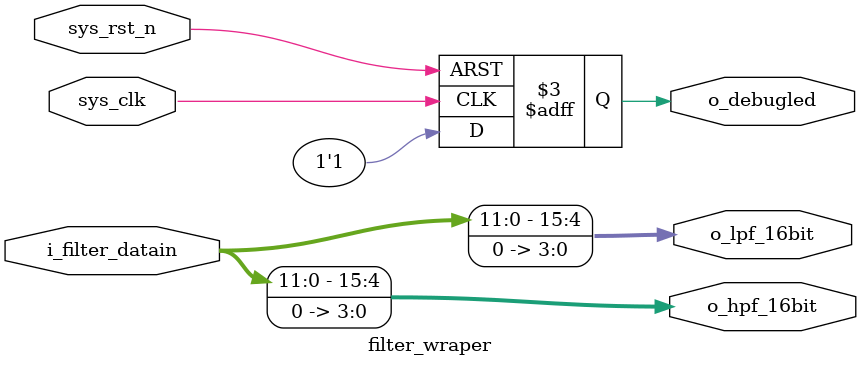
<source format=v>
module filter_wraper (
    sys_clk,  //277.7kHz
    sys_rst_n,
    i_filter_datain,
    o_debugled,
    o_hpf_16bit,  //HPF (high pass filter) 16 bit data
    o_lpf_16bit  //LPF (low pass filter) 16 bit data
);
  input  wire          sys_clk;  //277.7kHz
  input  wire          sys_rst_n;
  input  wire [12-1:0] i_filter_datain;
  output reg           o_debugled;
  output wire [16-1:0] o_hpf_16bit;  //HPF (high pass filter) 16 bit data
  output wire [16-1:0] o_lpf_16bit;  //LPF (low pass filter) 16 bit data

  always @(posedge sys_clk or negedge sys_rst_n) begin
    if (!sys_rst_n) begin
        o_debugled<=0;
    end else begin
        o_debugled<=1;
    end
  end

  //body below
  assign o_hpf_16bit={i_filter_datain,4'b0};
  assign o_lpf_16bit={i_filter_datain,4'b0};

endmodule  //filter_wraper

</source>
